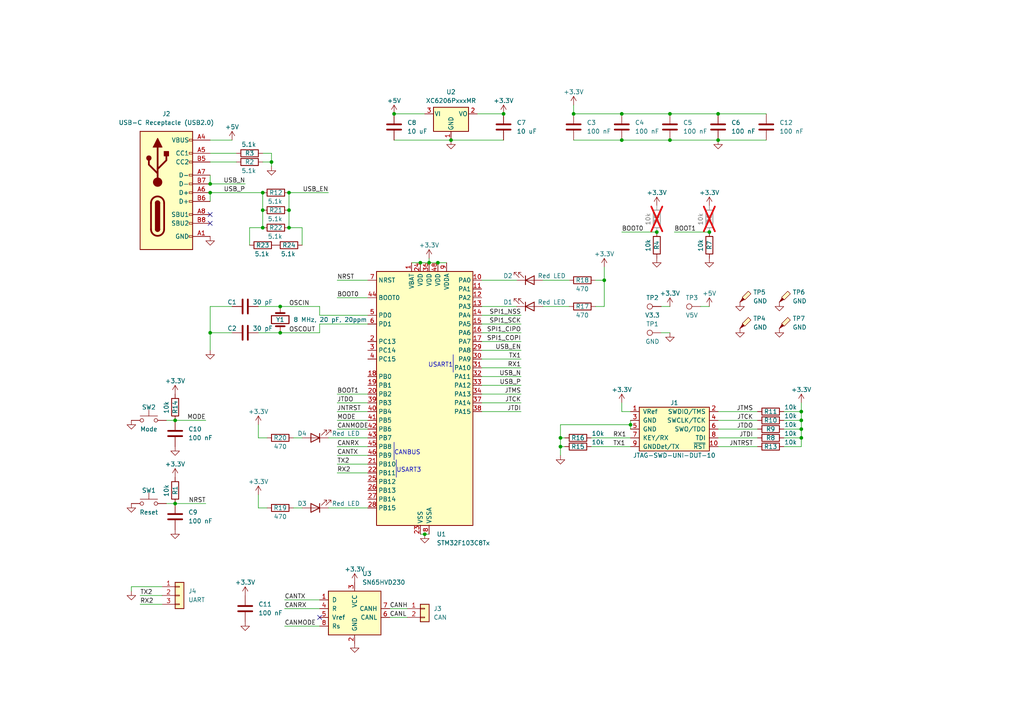
<source format=kicad_sch>
(kicad_sch (version 20230121) (generator eeschema)
  (paper "A4")
  (lib_symbols
    (symbol "Arak:JTAG-SWD-UNI-DUT-10" (pin_names (offset 1.016))
      (property "Reference" "J" (at 0 7.62 0))
      (property "Value" "JTAG-SWD-UNI-DUT-10" (at 0 -7.62 0))
      (symbol "JTAG-SWD-UNI-DUT-10_1_1"
        (pin passive line (at -12.7 5.08 0) (length 2.54) (name "VRef") (number "1"))
        (pin passive line (at 12.7 -5.08 180) (length 2.54) (name "~{RST}") (number "10"))
        (pin passive line (at 12.7 5.08 180) (length 2.54) (name "SWDIO/TMS") (number "2"))
        (pin passive line (at -12.7 2.54 0) (length 2.54) (name "GND") (number "3"))
        (pin passive line (at 12.7 2.54 180) (length 2.54) (name "SWCLK/TCK") (number "4"))
        (pin passive line (at -12.7 0 0) (length 2.54) (name "GND") (number "5"))
        (pin passive line (at 12.7 0 180) (length 2.54) (name "SWO/TDO") (number "6"))
        (pin passive line (at -12.7 -2.54 0) (length 2.54) (name "KEY/RX") (number "7"))
        (pin passive line (at 12.7 -2.54 180) (length 2.54) (name "TDI") (number "8"))
        (pin passive line (at -12.7 -5.08 0) (length 2.54) (name "GNDDet/TX") (number "9"))
      )
    )
    (symbol "Arak:USB-C Receptacle (USB2.0)" (pin_names (offset 1.016)) (in_bom no)
      (property "Reference" "J?" (at -3.81 17.78 0))
      (property "Value" "USB-C Receptacle (USB2.0)" (at 8.89 -19.05 0))
      (symbol "USB-C Receptacle (USB2.0)_1_1"
        (pin passive line (at 15.24 -13.97 180) (length 5.08) (name "GND") (number "A1"))
        (pin passive line (at -3.81 -1.27 180) (length 0) hide (name "~") (number "A10"))
        (pin passive line (at -3.81 -3.81 180) (length 0) hide (name "~") (number "A11"))
        (pin passive line (at 15.24 -13.97 180) (length 5.08) hide (name "GND") (number "A12"))
        (pin passive line (at -3.81 3.81 180) (length 0) hide (name "~") (number "A2"))
        (pin passive line (at -3.81 1.27 180) (length 0) hide (name "~") (number "A3"))
        (pin passive line (at 15.24 13.97 180) (length 5.08) (name "VBUS") (number "A4"))
        (pin bidirectional line (at 15.24 10.16 180) (length 5.08) (name "CC1") (number "A5"))
        (pin bidirectional line (at 15.24 -1.27 180) (length 5.08) (name "D+") (number "A6"))
        (pin bidirectional line (at 15.24 3.81 180) (length 5.08) (name "D-") (number "A7"))
        (pin bidirectional line (at 15.24 -7.62 180) (length 5.08) (name "SBU1") (number "A8"))
        (pin passive line (at 15.24 13.97 180) (length 5.08) hide (name "VBUS") (number "A9"))
        (pin passive line (at 15.24 -13.97 180) (length 5.08) hide (name "GND") (number "B1"))
        (pin passive line (at 0 -11.43 180) (length 0) hide (name "~") (number "B10"))
        (pin passive line (at 0 -8.89 180) (length 0) hide (name "~") (number "B11"))
        (pin passive line (at 15.24 -13.97 180) (length 5.08) hide (name "GND") (number "B12"))
        (pin passive line (at 0 -16.51 180) (length 0) hide (name "~") (number "B2"))
        (pin passive line (at 0 -13.97 180) (length 0) hide (name "~") (number "B3"))
        (pin passive line (at 15.24 13.97 180) (length 5.08) hide (name "VBUS") (number "B4"))
        (pin bidirectional line (at 15.24 7.62 180) (length 5.08) (name "CC2") (number "B5"))
        (pin bidirectional line (at 15.24 -3.81 180) (length 5.08) (name "D+") (number "B6"))
        (pin bidirectional line (at 15.24 1.27 180) (length 5.08) (name "D-") (number "B7"))
        (pin bidirectional line (at 15.24 -10.16 180) (length 5.08) (name "SBU2") (number "B8"))
        (pin passive line (at 15.24 13.97 180) (length 5.08) hide (name "VBUS") (number "B9"))
      )
    )
    (symbol "Connector:TestPoint" (pin_numbers hide) (pin_names (offset 0.762) hide)
      (property "Reference" "TP" (at 0 6.858 0))
      (property "Value" "TestPoint" (at 0 5.08 0))
      (symbol "TestPoint_1_1"
        (pin passive line (at 0 0 90) (length 2.54) (name "1") (number "1"))
      )
    )
    (symbol "Connector:TestPoint_Probe" (pin_numbers hide) (pin_names (offset 0.762) hide)
      (property "Reference" "TP" (at 1.651 5.842 0))
      (property "Value" "TestPoint_Probe" (at 1.651 4.064 0))
      (symbol "TestPoint_Probe_1_1"
        (pin passive line (at 0 0 90) (length 0) (name "1") (number "1"))
      )
    )
    (symbol "Connector_Generic:Conn_01x02" (pin_names (offset 1.016) hide)
      (property "Reference" "J" (at 0 2.54 0))
      (property "Value" "Conn_01x02" (at 0 -5.08 0))
      (symbol "Conn_01x02_1_1"
        (pin passive line (at -5.08 0 0) (length 3.81) (name "Pin_1") (number "1"))
        (pin passive line (at -5.08 -2.54 0) (length 3.81) (name "Pin_2") (number "2"))
      )
    )
    (symbol "Connector_Generic:Conn_01x03" (pin_names (offset 1.016) hide)
      (property "Reference" "J" (at 0 5.08 0))
      (property "Value" "Conn_01x03" (at 0 -5.08 0))
      (symbol "Conn_01x03_1_1"
        (pin passive line (at -5.08 2.54 0) (length 3.81) (name "Pin_1") (number "1"))
        (pin passive line (at -5.08 0 0) (length 3.81) (name "Pin_2") (number "2"))
        (pin passive line (at -5.08 -2.54 0) (length 3.81) (name "Pin_3") (number "3"))
      )
    )
    (symbol "Device:C" (pin_numbers hide) (pin_names (offset 0.254))
      (property "Reference" "C" (at 0.635 2.54 0))
      (property "Value" "C" (at 0.635 -2.54 0))
      (symbol "C_1_1"
        (pin passive line (at 0 3.81 270) (length 2.794) (name "~") (number "1"))
        (pin passive line (at 0 -3.81 90) (length 2.794) (name "~") (number "2"))
      )
    )
    (symbol "Device:Crystal" (pin_numbers hide) (pin_names (offset 1.016) hide)
      (property "Reference" "Y" (at 0 3.81 0))
      (property "Value" "Crystal" (at 0 -3.81 0))
      (symbol "Crystal_1_1"
        (pin passive line (at -3.81 0 0) (length 1.27) (name "1") (number "1"))
        (pin passive line (at 3.81 0 180) (length 1.27) (name "2") (number "2"))
      )
    )
    (symbol "Device:LED" (pin_numbers hide) (pin_names (offset 1.016) hide)
      (property "Reference" "D" (at 0 2.54 0))
      (property "Value" "LED" (at 0 -2.54 0))
      (symbol "LED_1_1"
        (pin passive line (at -3.81 0 0) (length 2.54) (name "K") (number "1"))
        (pin passive line (at 3.81 0 180) (length 2.54) (name "A") (number "2"))
      )
    )
    (symbol "Device:R" (pin_numbers hide) (pin_names (offset 0))
      (property "Reference" "R" (at 2.032 0 90))
      (property "Value" "R" (at 0 0 90))
      (symbol "R_1_1"
        (pin passive line (at 0 3.81 270) (length 1.27) (name "~") (number "1"))
        (pin passive line (at 0 -3.81 90) (length 1.27) (name "~") (number "2"))
      )
    )
    (symbol "Interface_CAN_LIN:SN65HVD230" (pin_names (offset 1.016))
      (property "Reference" "U" (at -2.54 10.16 0))
      (property "Value" "SN65HVD230" (at -2.54 7.62 0))
      (symbol "SN65HVD230_1_1"
        (pin input line (at -10.16 2.54 0) (length 2.54) (name "D") (number "1"))
        (pin power_in line (at 0 -10.16 90) (length 2.54) (name "GND") (number "2"))
        (pin power_in line (at 0 7.62 270) (length 2.54) (name "VCC") (number "3"))
        (pin output line (at -10.16 0 0) (length 2.54) (name "R") (number "4"))
        (pin output line (at -10.16 -2.54 0) (length 2.54) (name "Vref") (number "5"))
        (pin bidirectional line (at 10.16 -2.54 180) (length 2.54) (name "CANL") (number "6"))
        (pin bidirectional line (at 10.16 0 180) (length 2.54) (name "CANH") (number "7"))
        (pin input line (at -10.16 -5.08 0) (length 2.54) (name "Rs") (number "8"))
      )
    )
    (symbol "MCU_ST_STM32F1:STM32F103C8Tx"
      (property "Reference" "U" (at -12.7 39.37 0))
      (property "Value" "STM32F103C8Tx" (at 10.16 39.37 0))
      (symbol "STM32F103C8Tx_1_1"
        (pin power_in line (at -2.54 40.64 270) (length 2.54) (name "VBAT") (number "1"))
        (pin bidirectional line (at 17.78 35.56 180) (length 2.54) (name "PA0") (number "10"))
        (pin bidirectional line (at 17.78 33.02 180) (length 2.54) (name "PA1") (number "11"))
        (pin bidirectional line (at 17.78 30.48 180) (length 2.54) (name "PA2") (number "12"))
        (pin bidirectional line (at 17.78 27.94 180) (length 2.54) (name "PA3") (number "13"))
        (pin bidirectional line (at 17.78 25.4 180) (length 2.54) (name "PA4") (number "14"))
        (pin bidirectional line (at 17.78 22.86 180) (length 2.54) (name "PA5") (number "15"))
        (pin bidirectional line (at 17.78 20.32 180) (length 2.54) (name "PA6") (number "16"))
        (pin bidirectional line (at 17.78 17.78 180) (length 2.54) (name "PA7") (number "17"))
        (pin bidirectional line (at -15.24 7.62 0) (length 2.54) (name "PB0") (number "18"))
        (pin bidirectional line (at -15.24 5.08 0) (length 2.54) (name "PB1") (number "19"))
        (pin bidirectional line (at -15.24 17.78 0) (length 2.54) (name "PC13") (number "2"))
        (pin bidirectional line (at -15.24 2.54 0) (length 2.54) (name "PB2") (number "20"))
        (pin bidirectional line (at -15.24 -17.78 0) (length 2.54) (name "PB10") (number "21"))
        (pin bidirectional line (at -15.24 -20.32 0) (length 2.54) (name "PB11") (number "22"))
        (pin power_in line (at 0 -38.1 90) (length 2.54) (name "VSS") (number "23"))
        (pin power_in line (at 0 40.64 270) (length 2.54) (name "VDD") (number "24"))
        (pin bidirectional line (at -15.24 -22.86 0) (length 2.54) (name "PB12") (number "25"))
        (pin bidirectional line (at -15.24 -25.4 0) (length 2.54) (name "PB13") (number "26"))
        (pin bidirectional line (at -15.24 -27.94 0) (length 2.54) (name "PB14") (number "27"))
        (pin bidirectional line (at -15.24 -30.48 0) (length 2.54) (name "PB15") (number "28"))
        (pin bidirectional line (at 17.78 15.24 180) (length 2.54) (name "PA8") (number "29"))
        (pin bidirectional line (at -15.24 15.24 0) (length 2.54) (name "PC14") (number "3"))
        (pin bidirectional line (at 17.78 12.7 180) (length 2.54) (name "PA9") (number "30"))
        (pin bidirectional line (at 17.78 10.16 180) (length 2.54) (name "PA10") (number "31"))
        (pin bidirectional line (at 17.78 7.62 180) (length 2.54) (name "PA11") (number "32"))
        (pin bidirectional line (at 17.78 5.08 180) (length 2.54) (name "PA12") (number "33"))
        (pin bidirectional line (at 17.78 2.54 180) (length 2.54) (name "PA13") (number "34"))
        (pin passive line (at 0 -38.1 90) (length 2.54) hide (name "VSS") (number "35"))
        (pin power_in line (at 2.54 40.64 270) (length 2.54) (name "VDD") (number "36"))
        (pin bidirectional line (at 17.78 0 180) (length 2.54) (name "PA14") (number "37"))
        (pin bidirectional line (at 17.78 -2.54 180) (length 2.54) (name "PA15") (number "38"))
        (pin bidirectional line (at -15.24 0 0) (length 2.54) (name "PB3") (number "39"))
        (pin bidirectional line (at -15.24 12.7 0) (length 2.54) (name "PC15") (number "4"))
        (pin bidirectional line (at -15.24 -2.54 0) (length 2.54) (name "PB4") (number "40"))
        (pin bidirectional line (at -15.24 -5.08 0) (length 2.54) (name "PB5") (number "41"))
        (pin bidirectional line (at -15.24 -7.62 0) (length 2.54) (name "PB6") (number "42"))
        (pin bidirectional line (at -15.24 -10.16 0) (length 2.54) (name "PB7") (number "43"))
        (pin input line (at -15.24 30.48 0) (length 2.54) (name "BOOT0") (number "44"))
        (pin bidirectional line (at -15.24 -12.7 0) (length 2.54) (name "PB8") (number "45"))
        (pin bidirectional line (at -15.24 -15.24 0) (length 2.54) (name "PB9") (number "46"))
        (pin passive line (at 0 -38.1 90) (length 2.54) hide (name "VSS") (number "47"))
        (pin power_in line (at 5.08 40.64 270) (length 2.54) (name "VDD") (number "48"))
        (pin bidirectional line (at -15.24 25.4 0) (length 2.54) (name "PD0") (number "5"))
        (pin bidirectional line (at -15.24 22.86 0) (length 2.54) (name "PD1") (number "6"))
        (pin input line (at -15.24 35.56 0) (length 2.54) (name "NRST") (number "7"))
        (pin power_in line (at 2.54 -38.1 90) (length 2.54) (name "VSSA") (number "8"))
        (pin power_in line (at 7.62 40.64 270) (length 2.54) (name "VDDA") (number "9"))
      )
    )
    (symbol "Regulator_Linear:XC6206PxxxMR" (pin_names (offset 0.254))
      (property "Reference" "U" (at -3.81 3.175 0))
      (property "Value" "XC6206PxxxMR" (at 0 3.175 0))
      (symbol "XC6206PxxxMR_1_1"
        (pin power_in line (at 0 -7.62 90) (length 2.54) (name "GND") (number "1"))
        (pin power_out line (at 7.62 0 180) (length 2.54) (name "VO") (number "2"))
        (pin power_in line (at -7.62 0 0) (length 2.54) (name "VI") (number "3"))
      )
    )
    (symbol "Switch:SW_Push" (pin_numbers hide) (pin_names (offset 1.016) hide)
      (property "Reference" "SW" (at 1.27 2.54 0))
      (property "Value" "SW_Push" (at 0 -1.524 0))
      (symbol "SW_Push_0_1"
        (pin passive line (at -5.08 0 0) (length 2.54) (name "1") (number "1"))
        (pin passive line (at 5.08 0 180) (length 2.54) (name "2") (number "2"))
      )
    )
    (symbol "power:+3.3V" (power) (pin_names (offset 0))
      (property "Value" "+3.3V" (at 0 3.556 0))
      (symbol "+3.3V_1_1"
        (pin power_in line (at 0 0 90) (length 0) hide (name "+3.3V") (number "1"))
      )
    )
    (symbol "power:+5V" (power) (pin_names (offset 0))
      (property "Value" "+5V" (at 0 3.556 0))
      (symbol "+5V_1_1"
        (pin power_in line (at 0 0 90) (length 0) hide (name "+5V") (number "1"))
      )
    )
    (symbol "power:GND" (power) (pin_names (offset 0))
      (property "Value" "GND" (at 0 -3.81 0))
      (symbol "GND_1_1"
        (pin power_in line (at 0 0 270) (length 0) hide (name "GND") (number "1"))
      )
    )
  )
  (junction (at 78.74 46.99))
  (junction (at 130.81 40.64))
  (junction (at 232.41 127))
  (junction (at 180.34 33.02))
  (junction (at 190.5 67.31))
  (junction (at 76.2 60.96))
  (junction (at 232.41 124.46))
  (junction (at 194.31 40.64))
  (junction (at 83.82 60.96))
  (junction (at 50.8 146.05))
  (junction (at 60.96 53.34))
  (junction (at 81.28 88.9))
  (junction (at 166.37 33.02))
  (junction (at 60.96 96.52))
  (junction (at 121.92 76.2))
  (junction (at 123.19 154.94))
  (junction (at 208.28 40.64))
  (junction (at 162.56 129.54))
  (junction (at 175.26 81.28))
  (junction (at 232.41 121.92))
  (junction (at 232.41 119.38))
  (junction (at 83.82 66.04))
  (junction (at 180.34 40.64))
  (junction (at 124.46 76.2))
  (junction (at 50.8 121.92))
  (junction (at 60.96 55.88))
  (junction (at 127 76.2))
  (junction (at 146.05 33.02))
  (junction (at 162.56 127))
  (junction (at 194.31 33.02))
  (junction (at 83.82 55.88))
  (junction (at 182.88 123.19))
  (junction (at 114.3 33.02))
  (junction (at 208.28 33.02))
  (junction (at 76.2 55.88))
  (junction (at 205.74 67.31))
  (junction (at 81.28 96.52))
  (junction (at 76.2 66.04))
  (no_connect (at 60.96 64.77))
  (no_connect (at 92.71 179.07))
  (no_connect (at 60.96 62.23))
  (wire (pts (xy 171.45 129.54) (xy 182.88 129.54)))
  (wire (pts (xy 162.56 127) (xy 162.56 129.54)))
  (wire (pts (xy 97.79 134.62) (xy 106.68 134.62)))
  (wire (pts (xy 97.79 119.38) (xy 106.68 119.38)))
  (wire (pts (xy 232.41 127) (xy 232.41 124.46)))
  (wire (pts (xy 208.28 33.02) (xy 222.25 33.02)))
  (wire (pts (xy 92.71 93.98) (xy 106.68 93.98)))
  (wire (pts (xy 175.26 81.28) (xy 172.72 81.28)))
  (wire (pts (xy 232.41 129.54) (xy 232.41 127)))
  (wire (pts (xy 139.7 111.76) (xy 151.13 111.76)))
  (wire (pts (xy 74.93 127) (xy 77.47 127)))
  (wire (pts (xy 97.79 114.3) (xy 106.68 114.3)))
  (wire (pts (xy 60.96 40.64) (xy 67.31 40.64)))
  (wire (pts (xy 162.56 127) (xy 163.83 127)))
  (wire (pts (xy 139.7 88.9) (xy 149.86 88.9)))
  (wire (pts (xy 157.48 88.9) (xy 165.1 88.9)))
  (wire (pts (xy 139.7 96.52) (xy 151.13 96.52)))
  (wire (pts (xy 87.63 71.12) (xy 87.63 66.04)))
  (wire (pts (xy 227.33 124.46) (xy 232.41 124.46)))
  (wire (pts (xy 81.28 88.9) (xy 92.71 88.9)))
  (wire (pts (xy 194.31 40.64) (xy 208.28 40.64)))
  (wire (pts (xy 166.37 33.02) (xy 180.34 33.02)))
  (wire (pts (xy 97.79 129.54) (xy 106.68 129.54)))
  (wire (pts (xy 180.34 119.38) (xy 182.88 119.38)))
  (wire (pts (xy 162.56 123.19) (xy 182.88 123.19)))
  (wire (pts (xy 83.82 55.88) (xy 83.82 60.96)))
  (wire (pts (xy 87.63 147.32) (xy 85.09 147.32)))
  (wire (pts (xy 106.68 91.44) (xy 92.71 91.44)))
  (wire (pts (xy 208.28 124.46) (xy 219.71 124.46)))
  (wire (pts (xy 97.79 86.36) (xy 106.68 86.36)))
  (wire (pts (xy 81.28 96.52) (xy 92.71 96.52)))
  (wire (pts (xy 82.55 181.61) (xy 92.71 181.61)))
  (polyline (pts (xy 114.3 128.27) (xy 114.3 133.35)))
  (wire (pts (xy 208.28 119.38) (xy 219.71 119.38)))
  (wire (pts (xy 232.41 121.92) (xy 232.41 119.38)))
  (wire (pts (xy 76.2 55.88) (xy 76.2 60.96)))
  (wire (pts (xy 97.79 116.84) (xy 106.68 116.84)))
  (wire (pts (xy 182.88 123.19) (xy 182.88 124.46)))
  (wire (pts (xy 130.81 40.64) (xy 146.05 40.64)))
  (wire (pts (xy 106.68 147.32) (xy 95.25 147.32)))
  (wire (pts (xy 113.03 179.07) (xy 118.11 179.07)))
  (wire (pts (xy 67.31 88.9) (xy 60.96 88.9)))
  (wire (pts (xy 83.82 60.96) (xy 83.82 66.04)))
  (wire (pts (xy 40.64 175.26) (xy 46.99 175.26)))
  (wire (pts (xy 76.2 60.96) (xy 76.2 66.04)))
  (wire (pts (xy 87.63 66.04) (xy 83.82 66.04)))
  (wire (pts (xy 175.26 88.9) (xy 172.72 88.9)))
  (wire (pts (xy 97.79 132.08) (xy 106.68 132.08)))
  (wire (pts (xy 208.28 127) (xy 219.71 127)))
  (wire (pts (xy 162.56 129.54) (xy 162.56 132.08)))
  (wire (pts (xy 50.8 146.05) (xy 59.69 146.05)))
  (wire (pts (xy 162.56 129.54) (xy 163.83 129.54)))
  (wire (pts (xy 166.37 40.64) (xy 180.34 40.64)))
  (wire (pts (xy 76.2 44.45) (xy 78.74 44.45)))
  (wire (pts (xy 124.46 76.2) (xy 127 76.2)))
  (wire (pts (xy 227.33 127) (xy 232.41 127)))
  (wire (pts (xy 227.33 121.92) (xy 232.41 121.92)))
  (wire (pts (xy 92.71 91.44) (xy 92.71 88.9)))
  (wire (pts (xy 180.34 40.64) (xy 194.31 40.64)))
  (wire (pts (xy 139.7 93.98) (xy 151.13 93.98)))
  (wire (pts (xy 60.96 96.52) (xy 60.96 101.6)))
  (wire (pts (xy 139.7 114.3) (xy 151.13 114.3)))
  (wire (pts (xy 82.55 173.99) (xy 92.71 173.99)))
  (polyline (pts (xy 114.935 133.35) (xy 114.935 138.43)))
  (wire (pts (xy 175.26 77.47) (xy 175.26 81.28)))
  (wire (pts (xy 138.43 33.02) (xy 146.05 33.02)))
  (wire (pts (xy 48.26 121.92) (xy 50.8 121.92)))
  (wire (pts (xy 74.93 147.32) (xy 77.47 147.32)))
  (wire (pts (xy 87.63 127) (xy 85.09 127)))
  (wire (pts (xy 60.96 50.8) (xy 60.96 53.34)))
  (wire (pts (xy 123.19 154.94) (xy 121.92 154.94)))
  (wire (pts (xy 157.48 81.28) (xy 165.1 81.28)))
  (wire (pts (xy 78.74 46.99) (xy 78.74 48.26)))
  (wire (pts (xy 182.88 121.92) (xy 182.88 123.19)))
  (wire (pts (xy 74.93 123.19) (xy 74.93 127)))
  (wire (pts (xy 139.7 116.84) (xy 151.13 116.84)))
  (wire (pts (xy 194.31 33.02) (xy 208.28 33.02)))
  (wire (pts (xy 123.19 154.94) (xy 124.46 154.94)))
  (wire (pts (xy 113.03 176.53) (xy 118.11 176.53)))
  (wire (pts (xy 119.38 76.2) (xy 121.92 76.2)))
  (wire (pts (xy 175.26 81.28) (xy 175.26 88.9)))
  (wire (pts (xy 195.58 67.31) (xy 205.74 67.31)))
  (wire (pts (xy 139.7 109.22) (xy 151.13 109.22)))
  (wire (pts (xy 60.96 88.9) (xy 60.96 96.52)))
  (wire (pts (xy 127 76.2) (xy 129.54 76.2)))
  (wire (pts (xy 180.34 33.02) (xy 194.31 33.02)))
  (wire (pts (xy 208.28 40.64) (xy 222.25 40.64)))
  (wire (pts (xy 180.34 67.31) (xy 190.5 67.31)))
  (wire (pts (xy 50.8 121.92) (xy 59.69 121.92)))
  (wire (pts (xy 78.74 44.45) (xy 78.74 46.99)))
  (wire (pts (xy 191.77 96.52) (xy 194.31 96.52)))
  (wire (pts (xy 208.28 121.92) (xy 219.71 121.92)))
  (wire (pts (xy 92.71 96.52) (xy 92.71 93.98)))
  (wire (pts (xy 97.79 121.92) (xy 106.68 121.92)))
  (wire (pts (xy 139.7 99.06) (xy 151.13 99.06)))
  (wire (pts (xy 166.37 30.48) (xy 166.37 33.02)))
  (wire (pts (xy 74.93 96.52) (xy 81.28 96.52)))
  (wire (pts (xy 82.55 176.53) (xy 92.71 176.53)))
  (wire (pts (xy 72.39 71.12) (xy 72.39 66.04)))
  (wire (pts (xy 74.93 143.51) (xy 74.93 147.32)))
  (wire (pts (xy 227.33 119.38) (xy 232.41 119.38)))
  (wire (pts (xy 139.7 106.68) (xy 151.13 106.68)))
  (wire (pts (xy 139.7 101.6) (xy 151.13 101.6)))
  (wire (pts (xy 232.41 124.46) (xy 232.41 121.92)))
  (wire (pts (xy 60.96 44.45) (xy 68.58 44.45)))
  (wire (pts (xy 48.26 146.05) (xy 50.8 146.05)))
  (wire (pts (xy 227.33 129.54) (xy 232.41 129.54)))
  (wire (pts (xy 83.82 55.88) (xy 95.25 55.88)))
  (wire (pts (xy 121.92 76.2) (xy 124.46 76.2)))
  (wire (pts (xy 38.1 170.18) (xy 38.1 171.45)))
  (wire (pts (xy 208.28 129.54) (xy 219.71 129.54)))
  (wire (pts (xy 72.39 66.04) (xy 76.2 66.04)))
  (wire (pts (xy 171.45 127) (xy 182.88 127)))
  (wire (pts (xy 97.79 137.16) (xy 106.68 137.16)))
  (wire (pts (xy 139.7 81.28) (xy 149.86 81.28)))
  (polyline (pts (xy 131.445 107.95) (xy 131.445 102.87)))
  (wire (pts (xy 60.96 96.52) (xy 67.31 96.52)))
  (wire (pts (xy 180.34 116.84) (xy 180.34 119.38)))
  (wire (pts (xy 97.79 81.28) (xy 106.68 81.28)))
  (wire (pts (xy 76.2 46.99) (xy 78.74 46.99)))
  (wire (pts (xy 95.25 127) (xy 106.68 127)))
  (wire (pts (xy 139.7 104.14) (xy 151.13 104.14)))
  (wire (pts (xy 97.79 124.46) (xy 106.68 124.46)))
  (wire (pts (xy 139.7 119.38) (xy 151.13 119.38)))
  (wire (pts (xy 203.2 88.9) (xy 205.74 88.9)))
  (wire (pts (xy 40.64 172.72) (xy 46.99 172.72)))
  (wire (pts (xy 60.96 55.88) (xy 60.96 58.42)))
  (wire (pts (xy 232.41 119.38) (xy 232.41 116.84)))
  (wire (pts (xy 162.56 123.19) (xy 162.56 127)))
  (wire (pts (xy 191.77 88.9) (xy 194.31 88.9)))
  (wire (pts (xy 114.3 40.64) (xy 130.81 40.64)))
  (wire (pts (xy 74.93 88.9) (xy 81.28 88.9)))
  (wire (pts (xy 124.46 74.93) (xy 124.46 76.2)))
  (wire (pts (xy 46.99 170.18) (xy 38.1 170.18)))
  (wire (pts (xy 60.96 46.99) (xy 68.58 46.99)))
  (wire (pts (xy 139.7 91.44) (xy 151.13 91.44)))
  (wire (pts (xy 60.96 53.34) (xy 71.12 53.34)))
  (wire (pts (xy 114.3 33.02) (xy 123.19 33.02)))
  (wire (pts (xy 60.96 55.88) (xy 76.2 55.88)))
  (text "USART1" (at 131.445 106.68 0) (effects (font (size 1.27 1.27)) (justify right bottom)))
  (text "CANBUS" (at 114.3 132.08 0) (effects (font (size 1.27 1.27)) (justify left bottom)))
  (text "USART3" (at 114.935 137.16 0) (effects (font (size 1.27 1.27)) (justify left bottom)))
  (label "OSCIN" (at 83.82 88.9 0))
  (label "MODE" (at 97.79 121.92 0))
  (label "SPI1_NSS" (at 151.13 91.44 180))
  (label "BOOT0" (at 180.34 67.31 0))
  (label "RX2" (at 40.64 175.26 0))
  (label "JTCK" (at 151.13 116.84 180))
  (label "RX2" (at 97.79 137.16 0))
  (label "NRST" (at 59.69 146.05 180))
  (label "MODE" (at 59.69 121.92 180))
  (label "CANH" (at 113.03 176.53 0))
  (label "RX1" (at 177.8 127 0))
  (label "BOOT1" (at 195.58 67.31 0))
  (label "CANMODE" (at 97.79 124.46 0))
  (label "JTMS" (at 151.13 114.3 180))
  (label "USB_N" (at 151.13 109.22 180))
  (label "USB_EN" (at 151.13 101.6 180))
  (label "CANTX" (at 82.55 173.99 0))
  (label "SPI1_COPI" (at 151.13 99.06 180))
  (label "CANTX" (at 97.79 132.08 0))
  (label "JTDI" (at 151.13 119.38 180))
  (label "JNTRST" (at 218.44 129.54 180))
  (label "JTDO" (at 97.79 116.84 0))
  (label "CANMODE" (at 82.55 181.61 0))
  (label "USB_P" (at 71.12 55.88 180))
  (label "TX1" (at 177.8 129.54 0))
  (label "JTDI" (at 218.44 127 180))
  (label "CANL" (at 113.03 179.07 0))
  (label "NRST" (at 97.79 81.28 0))
  (label "TX1" (at 151.13 104.14 180))
  (label "SPI1_SCK" (at 151.13 93.98 180))
  (label "JTCK" (at 218.44 121.92 180))
  (label "JTDO" (at 218.44 124.46 180))
  (label "JTMS" (at 218.44 119.38 180))
  (label "OSCOUT" (at 83.82 96.52 0))
  (label "TX2" (at 40.64 172.72 0))
  (label "TX2" (at 97.79 134.62 0))
  (label "BOOT0" (at 97.79 86.36 0))
  (label "SPI1_CIPO" (at 151.13 96.52 180))
  (label "USB_N" (at 71.12 53.34 180))
  (label "JNTRST" (at 97.79 119.38 0))
  (label "USB_P" (at 151.13 111.76 180))
  (label "CANRX" (at 97.79 129.54 0))
  (label "CANRX" (at 82.55 176.53 0))
  (label "USB_EN" (at 95.25 55.88 180))
  (label "BOOT1" (at 97.79 114.3 0))
  (label "RX1" (at 151.13 106.68 180))
  (symbol (lib_id "Device:R") (at 223.52 121.92 90) (unit 1)
    (property "Reference" "R10" (at 223.52 121.92 90))
    (property "Value" "10k" (at 231.14 120.65 90) (effects (justify left)))
    (property "Footprint" "Resistor_SMD:R_0603_1608Metric" (effects hide))
    (property "Manufacturer" "uni-royal(uniroyal elec)" (effects hide))
    (property "MPN" "0603WAF1002T5E" (effects hide))
    (property "LCSC" "C25804" (effects hide))
  )
  (symbol (lib_id "Device:C") (at 71.12 88.9 90) (unit 1)
    (property "Reference" "C1" (at 67.31 87.63 90))
    (property "Value" "30 pF" (at 76.2 87.63 90))
    (property "Footprint" "Capacitor_SMD:C_0603_1608Metric" (effects hide))
    (property "Manufacturer" "Fh (guangdong Fenghua Advanced tech)" (effects hide))
    (property "MPN" "0603CG300J500NT" (effects hide))
    (property "LCSC" "C1658" (effects hide))
  )
  (symbol (lib_id "power:GND") (at 208.28 40.64 0) (unit 1)
    (property "Reference" "#PWR08" (effects hide))
    (property "Value" "GND" (effects hide))
  )
  (symbol (lib_id "Connector:TestPoint") (at 203.2 88.9 90) (unit 1) (in_bom no)
    (property "Reference" "TP3" (at 200.66 86.36 90))
    (property "Value" "V5V" (at 200.66 91.44 90))
    (property "Footprint" "Connector_PinHeader_2.54mm:PinHeader_1x01_P2.54mm_Vertical" (effects hide))
  )
  (symbol (lib_id "Interface_CAN_LIN:SN65HVD230") (at 102.87 176.53 0) (unit 1)
    (property "Reference" "U3" (at 105.0641 166.37 0) (effects (justify left)))
    (property "Value" "SN65HVD230" (at 105.0641 168.91 0) (effects (justify left)))
    (property "Footprint" "Package_SO:SOIC-8_3.9x4.9mm_P1.27mm" (effects hide))
    (property "Datasheet" "http://www.ti.com/lit/ds/symlink/sn65hvd230.pdf" (effects hide))
  )
  (symbol (lib_id "Device:R") (at 76.2 71.12 90) (unit 1)
    (property "Reference" "R23" (at 76.2 71.12 90))
    (property "Value" "5.1k" (at 78.105 73.66 90) (effects (justify left)))
    (property "Footprint" "Resistor_SMD:R_0603_1608Metric" (effects hide))
    (property "Manufacturer" "uni-royal(uniroyal elec)" (effects hide))
    (property "MPN" "0603WAF5101T5E" (effects hide))
    (property "LCSC" "C23186" (effects hide))
  )
  (symbol (lib_id "Switch:SW_Push") (at 43.18 121.92 0) (unit 1)
    (property "Reference" "SW2" (at 43.18 118.11 0))
    (property "Value" "Mode" (at 43.18 124.46 0))
    (property "Footprint" "Button_Switch_SMD:SW_Push_1P1T_XKB_TS-1187A" (effects hide))
    (property "Datasheet" "https://datasheet.lcsc.com/lcsc/2304140030_XKB-Connectivity-TS-1187A-B-A-B_C318884.pdf" (effects hide))
    (property "Manufacturer" "XKB Connectivity" (effects hide))
    (property "MPN" "TS-1187A-B-A-B" (effects hide))
    (property "LCSC" "C318884" (effects hide))
  )
  (symbol (lib_id "Connector:TestPoint") (at 191.77 88.9 90) (unit 1) (in_bom no)
    (property "Reference" "TP2" (at 189.23 86.36 90))
    (property "Value" "V3.3" (at 189.23 91.44 90))
    (property "Footprint" "Connector_PinHeader_2.54mm:PinHeader_1x01_P2.54mm_Vertical" (effects hide))
  )
  (symbol (lib_id "power:+3.3V") (at 50.8 138.43 0) (unit 1)
    (property "Reference" "#PWR017" (effects hide))
    (property "Value" "+3.3V" (at 50.8 134.62 0))
  )
  (symbol (lib_id "Device:R") (at 223.52 119.38 90) (unit 1)
    (property "Reference" "R11" (at 223.52 119.38 90))
    (property "Value" "10k" (at 231.14 118.11 90) (effects (justify left)))
    (property "Footprint" "Resistor_SMD:R_0603_1608Metric" (effects hide))
    (property "Manufacturer" "uni-royal(uniroyal elec)" (effects hide))
    (property "MPN" "0603WAF1002T5E" (effects hide))
    (property "LCSC" "C25804" (effects hide))
  )
  (symbol (lib_id "Device:R") (at 80.01 66.04 90) (unit 1)
    (property "Reference" "R22" (at 80.01 66.04 90))
    (property "Value" "5.1k" (at 81.915 68.58 90) (effects (justify left)))
    (property "Footprint" "Resistor_SMD:R_0603_1608Metric" (effects hide))
    (property "Manufacturer" "uni-royal(uniroyal elec)" (effects hide))
    (property "MPN" "0603WAF5101T5E" (effects hide))
    (property "LCSC" "C23186" (effects hide))
  )
  (symbol (lib_id "Device:R") (at 205.74 71.12 0) (unit 1)
    (property "Reference" "R7" (at 205.74 71.12 90))
    (property "Value" "10k" (at 203.2 73.025 90) (effects (justify left)))
    (property "Footprint" "Resistor_SMD:R_0603_1608Metric" (effects hide))
    (property "Manufacturer" "uni-royal(uniroyal elec)" (effects hide))
    (property "MPN" "0603WAF1002T5E" (effects hide))
    (property "LCSC" "C25804" (effects hide))
  )
  (symbol (lib_id "power:GND") (at 123.19 154.94 0) (unit 1)
    (property "Reference" "#PWR02" (effects hide))
    (property "Value" "GND" (effects hide))
  )
  (symbol (lib_id "Device:C") (at 50.8 125.73 0) (unit 1)
    (property "Reference" "C10" (at 54.61 124.46 0) (effects (justify left)))
    (property "Value" "100 nF" (at 54.61 127 0) (effects (justify left)))
    (property "Footprint" "Capacitor_SMD:C_0603_1608Metric" (effects hide))
    (property "Manufacturer" "Yaego" (effects hide))
    (property "MPN" "CC0603KRX7R9BB104" (effects hide))
    (property "LCSC" "C14663" (effects hide))
  )
  (symbol (lib_id "Device:LED") (at 91.44 127 180) (unit 1)
    (property "Reference" "D4" (at 87.63 125.73 0))
    (property "Value" "Red LED" (at 100.33 125.73 0))
    (property "Footprint" "LED_SMD:LED_0603_1608Metric" (effects hide))
    (property "Manufacturer" "Hubei Kento Elec" (effects hide))
    (property "MPN" "KT-0603R" (effects hide))
    (property "LCSC" "C2286" (effects hide))
  )
  (symbol (lib_id "power:GND") (at 130.81 40.64 0) (unit 1)
    (property "Reference" "#PWR010" (effects hide))
    (property "Value" "GND" (effects hide))
  )
  (symbol (lib_id "power:+3.3V") (at 205.74 59.69 0) (unit 1)
    (property "Reference" "#PWR019" (effects hide))
    (property "Value" "+3.3V" (at 205.74 55.88 0))
  )
  (symbol (lib_id "Device:R") (at 167.64 129.54 90) (unit 1)
    (property "Reference" "R15" (at 167.64 129.54 90))
    (property "Value" "10k" (at 175.26 128.27 90) (effects (justify left)))
    (property "Footprint" "Resistor_SMD:R_0603_1608Metric" (effects hide))
    (property "Manufacturer" "uni-royal(uniroyal elec)" (effects hide))
    (property "MPN" "0603WAF1002T5E" (effects hide))
    (property "LCSC" "C25804" (effects hide))
  )
  (symbol (lib_id "Device:C") (at 50.8 149.86 0) (unit 1)
    (property "Reference" "C9" (at 54.61 148.59 0) (effects (justify left)))
    (property "Value" "100 nF" (at 54.61 151.13 0) (effects (justify left)))
    (property "Footprint" "Capacitor_SMD:C_0603_1608Metric" (effects hide))
    (property "Manufacturer" "Yaego" (effects hide))
    (property "MPN" "CC0603KRX7R9BB104" (effects hide))
    (property "LCSC" "C14663" (effects hide))
  )
  (symbol (lib_id "power:+5V") (at 114.3 33.02 0) (unit 1)
    (property "Reference" "#PWR011" (effects hide))
    (property "Value" "+5V" (at 114.3 29.21 0))
  )
  (symbol (lib_id "Device:R") (at 223.52 129.54 90) (unit 1)
    (property "Reference" "R13" (at 223.52 129.54 90))
    (property "Value" "10k" (at 231.14 128.27 90) (effects (justify left)))
    (property "Footprint" "Resistor_SMD:R_0603_1608Metric" (effects hide))
    (property "Manufacturer" "uni-royal(uniroyal elec)" (effects hide))
    (property "MPN" "0603WAF1002T5E" (effects hide))
    (property "LCSC" "C25804" (effects hide))
  )
  (symbol (lib_id "power:GND") (at 214.63 87.63 0) (unit 1)
    (property "Reference" "#PWR034" (effects hide))
    (property "Value" "GND" (effects hide))
  )
  (symbol (lib_id "Connector:TestPoint_Probe") (at 214.63 95.25 0) (unit 1) (in_bom no)
    (property "Reference" "TP4" (at 218.44 92.3925 0) (effects (justify left)))
    (property "Value" "GND" (at 218.44 94.9325 0) (effects (justify left)))
    (property "Footprint" "Arak:Test Point" (effects hide))
  )
  (symbol (lib_id "power:+3.3V") (at 166.37 30.48 0) (unit 1)
    (property "Reference" "#PWR07" (effects hide))
    (property "Value" "+3.3V" (at 166.37 26.67 0))
  )
  (symbol (lib_id "Connector:TestPoint_Probe") (at 226.06 87.63 0) (unit 1) (in_bom no)
    (property "Reference" "TP6" (at 229.87 84.7725 0) (effects (justify left)))
    (property "Value" "GND" (at 229.87 87.3125 0) (effects (justify left)))
    (property "Footprint" "Arak:Test Point" (effects hide))
  )
  (symbol (lib_id "power:+3.3V") (at 71.12 172.72 0) (mirror y) (unit 1)
    (property "Reference" "#PWR031" (effects hide))
    (property "Value" "+3.3V" (at 71.12 168.91 0))
  )
  (symbol (lib_id "power:GND") (at 71.12 180.34 0) (unit 1)
    (property "Reference" "#PWR032" (effects hide))
    (property "Value" "GND" (effects hide))
  )
  (symbol (lib_id "Device:R") (at 223.52 127 90) (unit 1)
    (property "Reference" "R8" (at 223.52 127 90))
    (property "Value" "10k" (at 231.14 125.73 90) (effects (justify left)))
    (property "Footprint" "Resistor_SMD:R_0603_1608Metric" (effects hide))
    (property "Manufacturer" "uni-royal(uniroyal elec)" (effects hide))
    (property "MPN" "0603WAF1002T5E" (effects hide))
    (property "LCSC" "C25804" (effects hide))
  )
  (symbol (lib_id "power:GND") (at 38.1 171.45 0) (unit 1)
    (property "Reference" "#PWR039" (effects hide))
    (property "Value" "GND" (effects hide))
  )
  (symbol (lib_id "Device:R") (at 80.01 55.88 90) (unit 1)
    (property "Reference" "R12" (at 80.01 55.88 90))
    (property "Value" "5.1k" (at 81.915 58.42 90) (effects (justify left)))
    (property "Footprint" "Resistor_SMD:R_0603_1608Metric" (effects hide))
    (property "Manufacturer" "uni-royal(uniroyal elec)" (effects hide))
    (property "MPN" "0603WAF5101T5E" (effects hide))
    (property "LCSC" "C23186" (effects hide))
  )
  (symbol (lib_id "Device:C") (at 146.05 36.83 0) (unit 1)
    (property "Reference" "C7" (at 149.86 35.56 0) (effects (justify left)))
    (property "Value" "10 uF" (at 149.86 38.1 0) (effects (justify left)))
    (property "Footprint" "Capacitor_SMD:C_1206_3216Metric" (effects hide))
    (property "Manufacturer" "Samsung electro-mechanics" (effects hide))
    (property "MPN" "CL31A106KBHNNNE" (effects hide))
    (property "LCSC" "C13585" (effects hide))
  )
  (symbol (lib_id "Device:C") (at 194.31 36.83 0) (unit 1)
    (property "Reference" "C5" (at 198.12 35.56 0) (effects (justify left)))
    (property "Value" "100 nF" (at 198.12 38.1 0) (effects (justify left)))
    (property "Footprint" "Capacitor_SMD:C_0603_1608Metric" (effects hide))
    (property "Manufacturer" "Yaego" (effects hide))
    (property "MPN" "CC0603KRX7R9BB104" (effects hide))
    (property "LCSC" "C14663" (effects hide))
  )
  (symbol (lib_id "power:+3.3V") (at 175.26 77.47 0) (unit 1)
    (property "Reference" "#PWR026" (effects hide))
    (property "Value" "+3.3V" (at 175.26 73.66 0))
  )
  (symbol (lib_id "power:GND") (at 214.63 95.25 0) (unit 1)
    (property "Reference" "#PWR036" (effects hide))
    (property "Value" "GND" (effects hide))
  )
  (symbol (lib_id "Arak:JTAG-SWD-UNI-DUT-10") (at 195.58 124.46 0) (unit 1)
    (property "Reference" "J1" (at 195.58 116.84 0))
    (property "Value" "JTAG-SWD-UNI-DUT-10" (at 195.58 132.08 0))
    (property "Footprint" "Connector_PinHeader_1.27mm:PinHeader_2x05_P1.27mm_Vertical_SMD" (effects hide))
    (property "Datasheet" "https://datasheet.lcsc.com/lcsc/2204251545_Amphenol-ICC-20021121-00010T4LF_C598540.pdf" (effects hide))
    (property "Manufacturer" "Amphenol ICC" (effects hide))
    (property "MPN" "20021121-00010T4LF" (effects hide))
    (property "LCSC" "C598540" (effects hide))
  )
  (symbol (lib_id "power:GND") (at 38.1 146.05 0) (unit 1)
    (property "Reference" "#PWR015" (effects hide))
    (property "Value" "GND" (effects hide))
  )
  (symbol (lib_id "power:+3.3V") (at 74.93 143.51 0) (mirror y) (unit 1)
    (property "Reference" "#PWR027" (effects hide))
    (property "Value" "+3.3V" (at 74.93 139.7 0))
  )
  (symbol (lib_id "power:GND") (at 226.06 87.63 0) (unit 1)
    (property "Reference" "#PWR037" (effects hide))
    (property "Value" "GND" (effects hide))
  )
  (symbol (lib_id "power:+3.3V") (at 180.34 116.84 0) (unit 1)
    (property "Reference" "#PWR04" (effects hide))
    (property "Value" "+3.3V" (at 180.34 113.03 0))
  )
  (symbol (lib_id "Device:R") (at 223.52 124.46 90) (unit 1)
    (property "Reference" "R9" (at 223.52 124.46 90))
    (property "Value" "10k" (at 231.14 123.19 90) (effects (justify left)))
    (property "Footprint" "Resistor_SMD:R_0603_1608Metric" (effects hide))
    (property "Manufacturer" "uni-royal(uniroyal elec)" (effects hide))
    (property "MPN" "0603WAF1002T5E" (effects hide))
    (property "LCSC" "C25804" (effects hide))
  )
  (symbol (lib_id "power:+3.3V") (at 232.41 116.84 0) (unit 1)
    (property "Reference" "#PWR021" (effects hide))
    (property "Value" "+3.3V" (at 232.41 113.03 0))
  )
  (symbol (lib_id "Arak:USB-C Receptacle (USB2.0)") (at 45.72 54.61 0) (unit 1) (in_bom no)
    (property "Reference" "J2" (at 48.26 33.02 0))
    (property "Value" "USB-C Receptacle (USB2.0)" (at 48.26 35.56 0))
    (property "Footprint" "Arak:USB-C PCB shell" (effects hide))
  )
  (symbol (lib_id "Device:R") (at 81.28 147.32 270) (mirror x) (unit 1)
    (property "Reference" "R19" (at 81.28 147.32 90))
    (property "Value" "470" (at 79.375 149.86 90) (effects (justify left)))
    (property "Footprint" "Resistor_SMD:R_0603_1608Metric" (effects hide))
    (property "Manufacturer" "uni-royal(uniroyal elec)" (effects hide))
    (property "MPN" "0603WAF4700T5E" (effects hide))
    (property "LCSC" "C23179" (effects hide))
  )
  (symbol (lib_id "power:+3.3V") (at 146.05 33.02 0) (unit 1)
    (property "Reference" "#PWR09" (effects hide))
    (property "Value" "+3.3V" (at 146.05 29.21 0))
  )
  (symbol (lib_id "Device:R") (at 80.01 60.96 90) (unit 1)
    (property "Reference" "R21" (at 80.01 60.96 90))
    (property "Value" "5.1k" (at 81.915 63.5 90) (effects (justify left)))
    (property "Footprint" "Resistor_SMD:R_0603_1608Metric" (effects hide))
    (property "Manufacturer" "uni-royal(uniroyal elec)" (effects hide))
    (property "MPN" "0603WAF5101T5E" (effects hide))
    (property "LCSC" "C23186" (effects hide))
  )
  (symbol (lib_id "Regulator_Linear:XC6206PxxxMR") (at 130.81 33.02 0) (unit 1)
    (property "Reference" "U2" (at 130.81 26.67 0))
    (property "Value" "XC6206PxxxMR" (at 130.81 29.21 0))
    (property "Footprint" "Package_TO_SOT_SMD:SOT-23-3" (effects hide))
    (property "Datasheet" "https://www.torexsemi.com/file/xc6206/XC6206.pdf" (effects hide))
    (property "Manufacturer" "Torex Semicon" (effects hide))
    (property "MPN" "XC6206P332MR" (effects hide))
    (property "LCSC" "C5446" (effects hide))
  )
  (symbol (lib_id "Device:C") (at 114.3 36.83 0) (unit 1)
    (property "Reference" "C8" (at 118.11 35.56 0) (effects (justify left)))
    (property "Value" "10 uF" (at 118.11 38.1 0) (effects (justify left)))
    (property "Footprint" "Capacitor_SMD:C_1206_3216Metric" (effects hide))
    (property "Manufacturer" "Samsung electro-mechanics" (effects hide))
    (property "MPN" "CL31A106KBHNNNE" (effects hide))
    (property "LCSC" "C13585" (effects hide))
  )
  (symbol (lib_id "Connector_Generic:Conn_01x03") (at 52.07 172.72 0) (unit 1) (in_bom no)
    (property "Reference" "J4" (at 54.61 171.45 0) (effects (justify left)))
    (property "Value" "UART" (at 54.61 173.99 0) (effects (justify left)))
    (property "Footprint" "Connector_PinSocket_2.54mm:PinSocket_1x03_P2.54mm_Vertical" (effects hide))
  )
  (symbol (lib_id "power:+3.3V") (at 102.87 168.91 0) (mirror y) (unit 1)
    (property "Reference" "#PWR030" (effects hide))
    (property "Value" "+3.3V" (at 102.87 165.1 0))
  )
  (symbol (lib_id "Connector:TestPoint_Probe") (at 214.63 87.63 0) (unit 1) (in_bom no)
    (property "Reference" "TP5" (at 218.44 84.7725 0) (effects (justify left)))
    (property "Value" "GND" (at 218.44 87.3125 0) (effects (justify left)))
    (property "Footprint" "Arak:Test Point" (effects hide))
  )
  (symbol (lib_id "Device:C") (at 71.12 176.53 0) (unit 1)
    (property "Reference" "C11" (at 74.93 175.26 0) (effects (justify left)))
    (property "Value" "100 nF" (at 74.93 177.8 0) (effects (justify left)))
    (property "Footprint" "Capacitor_SMD:C_0603_1608Metric" (effects hide))
    (property "Manufacturer" "Yaego" (effects hide))
    (property "MPN" "CC0603KRX7R9BB104" (effects hide))
    (property "LCSC" "C14663" (effects hide))
  )
  (symbol (lib_id "power:+3.3V") (at 124.46 74.93 0) (unit 1)
    (property "Reference" "#PWR05" (effects hide))
    (property "Value" "+3.3V" (at 124.46 71.12 0))
  )
  (symbol (lib_id "Device:R") (at 50.8 118.11 0) (unit 1)
    (property "Reference" "R14" (at 50.8 118.11 90))
    (property "Value" "10k" (at 48.26 120.015 90) (effects (justify left)))
    (property "Footprint" "Resistor_SMD:R_0603_1608Metric" (effects hide))
    (property "Manufacturer" "uni-royal(uniroyal elec)" (effects hide))
    (property "MPN" "0603WAF1002T5E" (effects hide))
    (property "LCSC" "C25804" (effects hide))
  )
  (symbol (lib_id "Device:R") (at 83.82 71.12 90) (unit 1)
    (property "Reference" "R24" (at 83.82 71.12 90))
    (property "Value" "5.1k" (at 85.725 73.66 90) (effects (justify left)))
    (property "Footprint" "Resistor_SMD:R_0603_1608Metric" (effects hide))
    (property "Manufacturer" "uni-royal(uniroyal elec)" (effects hide))
    (property "MPN" "0603WAF5101T5E" (effects hide))
    (property "LCSC" "C23186" (effects hide))
  )
  (symbol (lib_id "power:GND") (at 78.74 48.26 0) (unit 1)
    (property "Reference" "#PWR014" (effects hide))
    (property "Value" "GND" (effects hide))
  )
  (symbol (lib_id "power:+5V") (at 67.31 40.64 0) (unit 1)
    (property "Reference" "#PWR012" (effects hide))
    (property "Value" "+5V" (at 67.31 36.83 0))
  )
  (symbol (lib_id "Connector_Generic:Conn_01x02") (at 123.19 176.53 0) (unit 1) (in_bom no)
    (property "Reference" "J3" (at 125.73 176.53 0) (effects (justify left)))
    (property "Value" "CAN" (at 125.73 179.07 0) (effects (justify left)))
    (property "Footprint" "Connector_PinHeader_2.54mm:PinHeader_1x02_P2.54mm_Vertical" (effects hide))
  )
  (symbol (lib_id "power:GND") (at 60.96 101.6 0) (unit 1)
    (property "Reference" "#PWR01" (effects hide))
    (property "Value" "GND" (effects hide))
  )
  (symbol (lib_id "Device:R") (at 190.5 71.12 0) (unit 1)
    (property "Reference" "R4" (at 190.5 71.12 90))
    (property "Value" "10k" (at 187.96 73.025 90) (effects (justify left)))
    (property "Footprint" "Resistor_SMD:R_0603_1608Metric" (effects hide))
    (property "Manufacturer" "uni-royal(uniroyal elec)" (effects hide))
    (property "MPN" "0603WAF1002T5E" (effects hide))
    (property "LCSC" "C25804" (effects hide))
  )
  (symbol (lib_id "power:GND") (at 162.56 132.08 0) (unit 1)
    (property "Reference" "#PWR025" (effects hide))
    (property "Value" "GND" (effects hide))
  )
  (symbol (lib_id "Device:C") (at 71.12 96.52 90) (unit 1)
    (property "Reference" "C2" (at 67.31 95.25 90))
    (property "Value" "30 pF" (at 76.2 95.25 90))
    (property "Footprint" "Capacitor_SMD:C_0603_1608Metric" (effects hide))
    (property "Manufacturer" "Fh (guangdong Fenghua Advanced tech)" (effects hide))
    (property "MPN" "0603CG300J500NT" (effects hide))
    (property "LCSC" "C1658" (effects hide))
  )
  (symbol (lib_id "power:GND") (at 50.8 129.54 0) (unit 1)
    (property "Reference" "#PWR024" (effects hide))
    (property "Value" "GND" (effects hide))
  )
  (symbol (lib_id "Device:R") (at 167.64 127 90) (unit 1)
    (property "Reference" "R16" (at 167.64 127 90))
    (property "Value" "10k" (at 175.26 125.73 90) (effects (justify left)))
    (property "Footprint" "Resistor_SMD:R_0603_1608Metric" (effects hide))
    (property "Manufacturer" "uni-royal(uniroyal elec)" (effects hide))
    (property "MPN" "0603WAF1002T5E" (effects hide))
    (property "LCSC" "C25804" (effects hide))
  )
  (symbol (lib_id "power:GND") (at 205.74 74.93 0) (unit 1)
    (property "Reference" "#PWR020" (effects hide))
    (property "Value" "GND" (effects hide))
  )
  (symbol (lib_id "Device:LED") (at 153.67 88.9 0) (mirror x) (unit 1)
    (property "Reference" "D1" (at 147.32 87.63 0))
    (property "Value" "Red LED" (at 160.02 87.63 0))
    (property "Footprint" "LED_SMD:LED_0603_1608Metric" (effects hide))
    (property "Manufacturer" "Hubei Kento Elec" (effects hide))
    (property "MPN" "KT-0603R" (effects hide))
    (property "LCSC" "C2286" (effects hide))
  )
  (symbol (lib_id "Device:LED") (at 153.67 81.28 0) (mirror x) (unit 1)
    (property "Reference" "D2" (at 147.32 80.01 0))
    (property "Value" "Red LED" (at 160.02 80.01 0))
    (property "Footprint" "LED_SMD:LED_0603_1608Metric" (effects hide))
    (property "Manufacturer" "Hubei Kento Elec" (effects hide))
    (property "MPN" "KT-0603R" (effects hide))
    (property "LCSC" "C2286" (effects hide))
  )
  (symbol (lib_id "power:+3.3V") (at 50.8 114.3 0) (unit 1)
    (property "Reference" "#PWR023" (effects hide))
    (property "Value" "+3.3V" (at 50.8 110.49 0))
  )
  (symbol (lib_id "Connector:TestPoint_Probe") (at 226.06 95.25 0) (unit 1) (in_bom no)
    (property "Reference" "TP7" (at 229.87 92.3925 0) (effects (justify left)))
    (property "Value" "GND" (at 229.87 94.9325 0) (effects (justify left)))
    (property "Footprint" "Arak:Test Point" (effects hide))
  )
  (symbol (lib_id "power:GND") (at 38.1 121.92 0) (unit 1)
    (property "Reference" "#PWR022" (effects hide))
    (property "Value" "GND" (effects hide))
  )
  (symbol (lib_id "Device:R") (at 81.28 127 270) (mirror x) (unit 1)
    (property "Reference" "R20" (at 81.28 127 90))
    (property "Value" "470" (at 79.375 129.54 90) (effects (justify left)))
    (property "Footprint" "Resistor_SMD:R_0603_1608Metric" (effects hide))
    (property "Manufacturer" "uni-royal(uniroyal elec)" (effects hide))
    (property "MPN" "0603WAF4700T5E" (effects hide))
    (property "LCSC" "C23179" (effects hide))
  )
  (symbol (lib_id "Device:R") (at 205.74 63.5 0) (unit 1) (in_bom no) (dnp yes)
    (property "Reference" "R6" (at 205.74 63.5 90))
    (property "Value" "10k" (at 203.2 65.405 90) (effects (justify left)))
    (property "Footprint" "Resistor_SMD:R_0603_1608Metric" (effects hide))
    (property "Manufacturer" "uni-royal(uniroyal elec)" (effects hide))
    (property "MPN" "0603WAF1002T5E" (effects hide))
    (property "LCSC" "C25804" (effects hide))
  )
  (symbol (lib_id "Device:R") (at 72.39 46.99 90) (unit 1)
    (property "Reference" "R2" (at 72.39 46.99 90))
    (property "Value" "5.1k" (at 74.295 49.53 90) (effects (justify left)))
    (property "Footprint" "Resistor_SMD:R_0603_1608Metric" (effects hide))
    (property "Manufacturer" "uni-royal(uniroyal elec)" (effects hide))
    (property "MPN" "0603WAF5101T5E" (effects hide))
    (property "LCSC" "C23186" (effects hide))
  )
  (symbol (lib_id "Device:R") (at 168.91 81.28 90) (unit 1)
    (property "Reference" "R18" (at 168.91 81.28 90))
    (property "Value" "470" (at 170.815 83.82 90) (effects (justify left)))
    (property "Footprint" "Resistor_SMD:R_0603_1608Metric" (effects hide))
    (property "Manufacturer" "uni-royal(uniroyal elec)" (effects hide))
    (property "MPN" "0603WAF4700T5E" (effects hide))
    (property "LCSC" "C23179" (effects hide))
  )
  (symbol (lib_id "power:+3.3V") (at 194.31 88.9 0) (unit 1)
    (property "Reference" "#PWR033" (effects hide))
    (property "Value" "+3.3V" (at 194.31 85.09 0))
  )
  (symbol (lib_id "MCU_ST_STM32F1:STM32F103C8Tx") (at 121.92 116.84 0) (unit 1)
    (property "Reference" "U1" (at 126.6541 154.94 0) (effects (justify left)))
    (property "Value" "STM32F103C8Tx" (at 126.6541 157.48 0) (effects (justify left)))
    (property "Footprint" "Package_QFP:LQFP-48_7x7mm_P0.5mm" (effects hide))
    (property "Datasheet" "https://www.st.com/resource/en/datasheet/stm32f103c8.pdf" (effects hide))
    (property "Manufacturer" "Stmicroelectronics" (effects hide))
    (property "MPN" "STM32F103C8T6" (effects hide))
    (property "LCSC" "C8734" (effects hide))
  )
  (symbol (lib_id "power:GND") (at 190.5 74.93 0) (unit 1)
    (property "Reference" "#PWR018" (effects hide))
    (property "Value" "GND" (effects hide))
  )
  (symbol (lib_id "power:GND") (at 102.87 186.69 0) (unit 1)
    (property "Reference" "#PWR029" (effects hide))
    (property "Value" "GND" (effects hide))
  )
  (symbol (lib_id "power:+5V") (at 205.74 88.9 0) (unit 1)
    (property "Reference" "#PWR035" (effects hide))
    (property "Value" "+5V" (at 205.74 85.09 0))
  )
  (symbol (lib_id "Device:R") (at 190.5 63.5 0) (unit 1) (in_bom no) (dnp yes)
    (property "Reference" "R5" (at 190.5 63.5 90))
    (property "Value" "10k" (at 187.96 65.405 90) (effects (justify left)))
    (property "Footprint" "Resistor_SMD:R_0603_1608Metric" (effects hide))
    (property "Manufacturer" "uni-royal(uniroyal elec)" (effects hide))
    (property "MPN" "0603WAF1002T5E" (effects hide))
    (property "LCSC" "C25804" (effects hide))
  )
  (symbol (lib_id "Switch:SW_Push") (at 43.18 146.05 0) (unit 1)
    (property "Reference" "SW1" (at 43.18 142.24 0))
    (property "Value" "Reset" (at 43.18 148.59 0))
    (property "Footprint" "Button_Switch_SMD:SW_Push_1P1T_XKB_TS-1187A" (effects hide))
    (property "Datasheet" "https://datasheet.lcsc.com/lcsc/2304140030_XKB-Connectivity-TS-1187A-B-A-B_C318884.pdf" (effects hide))
    (property "Manufacturer" "XKB Connectivity" (effects hide))
    (property "MPN" "TS-1187A-B-A-B" (effects hide))
    (property "LCSC" "C318884" (effects hide))
  )
  (symbol (lib_id "power:GND") (at 226.06 95.25 0) (unit 1)
    (property "Reference" "#PWR038" (effects hide))
    (property "Value" "GND" (effects hide))
  )
  (symbol (lib_id "Device:C") (at 166.37 36.83 0) (unit 1)
    (property "Reference" "C3" (at 170.18 35.56 0) (effects (justify left)))
    (property "Value" "100 nF" (at 170.18 38.1 0) (effects (justify left)))
    (property "Footprint" "Capacitor_SMD:C_0603_1608Metric" (effects hide))
    (property "Manufacturer" "Yaego" (effects hide))
    (property "MPN" "CC0603KRX7R9BB104" (effects hide))
    (property "LCSC" "C14663" (effects hide))
  )
  (symbol (lib_id "Device:Crystal") (at 81.28 92.71 90) (unit 1)
    (property "Reference" "Y1" (at 80.01 92.71 90) (effects (justify right)))
    (property "Value" "8 MHz, 20 pF, 20ppm" (at 85.09 92.71 90) (effects (justify right)))
    (property "Footprint" "Crystal:Crystal_SMD_HC49-SD" (effects hide))
    (property "Datasheet" "https://datasheet.lcsc.com/lcsc/2304140030_YXC-X49SM8MSD2SC_C12674.pdf" (effects hide))
    (property "Manufacturer" "YXC" (effects hide))
    (property "MPN" "X49SM8MSD2SC" (effects hide))
    (property "LCSC" "C12674" (effects hide))
  )
  (symbol (lib_id "power:GND") (at 50.8 153.67 0) (unit 1)
    (property "Reference" "#PWR016" (effects hide))
    (property "Value" "GND" (effects hide))
  )
  (symbol (lib_id "Device:C") (at 208.28 36.83 0) (unit 1)
    (property "Reference" "C6" (at 212.09 35.56 0) (effects (justify left)))
    (property "Value" "100 nF" (at 212.09 38.1 0) (effects (justify left)))
    (property "Footprint" "Capacitor_SMD:C_0603_1608Metric" (effects hide))
    (property "Manufacturer" "Yaego" (effects hide))
    (property "MPN" "CC0603KRX7R9BB104" (effects hide))
    (property "LCSC" "C14663" (effects hide))
  )
  (symbol (lib_id "Device:R") (at 50.8 142.24 0) (unit 1)
    (property "Reference" "R1" (at 50.8 142.24 90))
    (property "Value" "10k" (at 48.26 144.145 90) (effects (justify left)))
    (property "Footprint" "Resistor_SMD:R_0603_1608Metric" (effects hide))
    (property "Manufacturer" "uni-royal(uniroyal elec)" (effects hide))
    (property "MPN" "0603WAF1002T5E" (effects hide))
    (property "LCSC" "C25804" (effects hide))
  )
  (symbol (lib_id "power:GND") (at 60.96 68.58 0) (unit 1)
    (property "Reference" "#PWR013" (effects hide))
    (property "Value" "GND" (effects hide))
  )
  (symbol (lib_id "Device:C") (at 222.25 36.83 0) (unit 1)
    (property "Reference" "C12" (at 226.06 35.56 0) (effects (justify left)))
    (property "Value" "100 nF" (at 226.06 38.1 0) (effects (justify left)))
    (property "Footprint" "Capacitor_SMD:C_0603_1608Metric" (effects hide))
    (property "Manufacturer" "Yaego" (effects hide))
    (property "MPN" "CC0603KRX7R9BB104" (effects hide))
    (property "LCSC" "C14663" (effects hide))
  )
  (symbol (lib_id "power:+3.3V") (at 190.5 59.69 0) (unit 1)
    (property "Reference" "#PWR06" (effects hide))
    (property "Value" "+3.3V" (at 190.5 55.88 0))
  )
  (symbol (lib_id "Device:R") (at 168.91 88.9 90) (unit 1)
    (property "Reference" "R17" (at 168.91 88.9 90))
    (property "Value" "470" (at 170.815 91.44 90) (effects (justify left)))
    (property "Footprint" "Resistor_SMD:R_0603_1608Metric" (effects hide))
    (property "Manufacturer" "uni-royal(uniroyal elec)" (effects hide))
    (property "MPN" "0603WAF4700T5E" (effects hide))
    (property "LCSC" "C23179" (effects hide))
  )
  (symbol (lib_id "power:+3.3V") (at 74.93 123.19 0) (mirror y) (unit 1)
    (property "Reference" "#PWR028" (effects hide))
    (property "Value" "+3.3V" (at 74.93 119.38 0))
  )
  (symbol (lib_id "Device:R") (at 72.39 44.45 90) (unit 1)
    (property "Reference" "R3" (at 72.39 44.45 90))
    (property "Value" "5.1k" (at 74.295 41.91 90) (effects (justify left)))
    (property "Footprint" "Resistor_SMD:R_0603_1608Metric" (effects hide))
    (property "Manufacturer" "uni-royal(uniroyal elec)" (effects hide))
    (property "MPN" "0603WAF5101T5E" (effects hide))
    (property "LCSC" "C23186" (effects hide))
  )
  (symbol (lib_id "Device:C") (at 180.34 36.83 0) (unit 1)
    (property "Reference" "C4" (at 184.15 35.56 0) (effects (justify left)))
    (property "Value" "100 nF" (at 184.15 38.1 0) (effects (justify left)))
    (property "Footprint" "Capacitor_SMD:C_0603_1608Metric" (effects hide))
    (property "Manufacturer" "Yaego" (effects hide))
    (property "MPN" "CC0603KRX7R9BB104" (effects hide))
    (property "LCSC" "C14663" (effects hide))
  )
  (symbol (lib_id "power:GND") (at 194.31 96.52 0) (unit 1)
    (property "Reference" "#PWR03" (effects hide))
    (property "Value" "GND" (effects hide))
  )
  (symbol (lib_id "Device:LED") (at 91.44 147.32 180) (unit 1)
    (property "Reference" "D3" (at 87.63 146.05 0))
    (property "Value" "Red LED" (at 100.33 146.05 0))
    (property "Footprint" "LED_SMD:LED_0603_1608Metric" (effects hide))
    (property "Manufacturer" "Hubei Kento Elec" (effects hide))
    (property "MPN" "KT-0603R" (effects hide))
    (property "LCSC" "C2286" (effects hide))
  )
  (symbol (lib_id "Connector:TestPoint") (at 191.77 96.52 90) (unit 1) (in_bom no)
    (property "Reference" "TP1" (at 189.23 93.98 90))
    (property "Value" "GND" (at 189.23 99.06 90))
    (property "Footprint" "Connector_PinHeader_2.54mm:PinHeader_1x01_P2.54mm_Vertical" (effects hide))
  )
)
</source>
